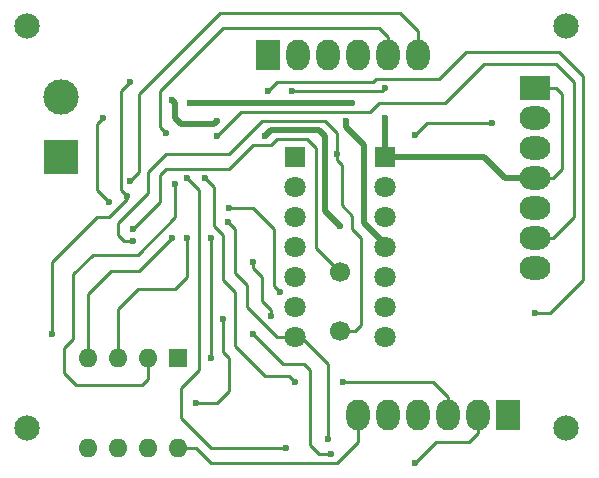
<source format=gbl>
G04 #@! TF.FileFunction,Copper,L2,Bot,Signal*
%FSLAX46Y46*%
G04 Gerber Fmt 4.6, Leading zero omitted, Abs format (unit mm)*
G04 Created by KiCad (PCBNEW 4.0.6) date Tuesday, 11 '11e' April '11e' 2017, 13:18:08*
%MOMM*%
%LPD*%
G01*
G04 APERTURE LIST*
%ADD10C,0.100000*%
%ADD11R,2.000000X2.600000*%
%ADD12O,2.000000X2.600000*%
%ADD13R,2.600000X2.000000*%
%ADD14O,2.600000X2.000000*%
%ADD15R,1.800000X1.800000*%
%ADD16C,1.800000*%
%ADD17R,3.000000X3.000000*%
%ADD18C,3.000000*%
%ADD19R,1.600000X1.600000*%
%ADD20O,1.600000X1.600000*%
%ADD21C,1.700000*%
%ADD22C,2.150000*%
%ADD23C,0.600000*%
%ADD24C,0.250000*%
%ADD25C,0.500000*%
G04 APERTURE END LIST*
D10*
D11*
X132842000Y-60452000D03*
D12*
X135382000Y-60452000D03*
X137922000Y-60452000D03*
X140462000Y-60452000D03*
X143002000Y-60452000D03*
X145542000Y-60452000D03*
D11*
X153162000Y-90932000D03*
D12*
X150622000Y-90932000D03*
X148082000Y-90932000D03*
X145542000Y-90932000D03*
X143002000Y-90932000D03*
X140462000Y-90932000D03*
D13*
X155448000Y-63246000D03*
D14*
X155448000Y-65786000D03*
X155448000Y-68326000D03*
X155448000Y-70866000D03*
X155448000Y-73406000D03*
X155448000Y-75946000D03*
X155448000Y-78486000D03*
D15*
X135128000Y-69088000D03*
D16*
X135128000Y-71628000D03*
X135128000Y-74168000D03*
X135128000Y-76708000D03*
X135128000Y-79248000D03*
X135128000Y-81788000D03*
X135128000Y-84328000D03*
X142748000Y-84328000D03*
X142748000Y-81788000D03*
X142748000Y-79248000D03*
X142748000Y-76708000D03*
X142748000Y-74168000D03*
X142748000Y-71628000D03*
D15*
X142748000Y-69088000D03*
D17*
X115316000Y-69088000D03*
D18*
X115316000Y-64008000D03*
D19*
X125222000Y-86106000D03*
D20*
X117602000Y-93726000D03*
X122682000Y-86106000D03*
X120142000Y-93726000D03*
X120142000Y-86106000D03*
X122682000Y-93726000D03*
X117602000Y-86106000D03*
X125222000Y-93726000D03*
D21*
X138938000Y-83820000D03*
X138938000Y-78820000D03*
D22*
X112431100Y-92018600D03*
X158031100Y-92018600D03*
X112431100Y-58018600D03*
X158031100Y-58018600D03*
D23*
X119380000Y-72898000D03*
X118872000Y-65786000D03*
X129470000Y-74606000D03*
X137922000Y-92964000D03*
X129032000Y-82804000D03*
X126746000Y-89916000D03*
X142748000Y-65786000D03*
X114554000Y-84074000D03*
X120904000Y-72390000D03*
X121158000Y-62738000D03*
X121412000Y-76200000D03*
X138684000Y-68834000D03*
X121412000Y-75184000D03*
X155448000Y-82296000D03*
X132842000Y-63500000D03*
X139954000Y-64516000D03*
X126238000Y-64516000D03*
X128016000Y-86106000D03*
X128016000Y-75946000D03*
X132588000Y-67310000D03*
X128524000Y-66040000D03*
X138938000Y-74930000D03*
X124714000Y-64262000D03*
X139446000Y-66040000D03*
X124206000Y-67056000D03*
X121158000Y-71120000D03*
X145288000Y-94996000D03*
X134366000Y-93726000D03*
X125984000Y-70866000D03*
X139192000Y-88138000D03*
X135128000Y-88138000D03*
X127508000Y-70866000D03*
X142748000Y-63246000D03*
X134874000Y-63500000D03*
X128524000Y-67310000D03*
X133096000Y-82550000D03*
X131572000Y-84074000D03*
X138176000Y-94234000D03*
X131572000Y-77978000D03*
X151765000Y-66167000D03*
X145288000Y-67183000D03*
X124714000Y-75946000D03*
X125984000Y-75946000D03*
X124968000Y-71374000D03*
X133858000Y-80518000D03*
X129540000Y-73406000D03*
D24*
X130048000Y-75184000D02*
X129470000Y-74606000D01*
X130048000Y-78613000D02*
X130048000Y-78867000D01*
X131064000Y-79883000D02*
X131064000Y-81788000D01*
X130048000Y-78867000D02*
X131064000Y-79883000D01*
X131064000Y-81788000D02*
X133604000Y-84328000D01*
X133604000Y-84328000D02*
X135128000Y-84328000D01*
X118364000Y-71882000D02*
X119380000Y-72898000D01*
X118364000Y-66294000D02*
X118364000Y-71882000D01*
X118872000Y-65786000D02*
X118364000Y-66294000D01*
X130048000Y-75184000D02*
X130048000Y-78613000D01*
X135128000Y-84328000D02*
X135636000Y-84328000D01*
X135636000Y-84328000D02*
X137414000Y-86106000D01*
X137922000Y-86614000D02*
X137922000Y-92964000D01*
X137414000Y-86106000D02*
X137922000Y-86614000D01*
X125222000Y-93726000D02*
X126746000Y-93726000D01*
X126746000Y-93726000D02*
X128016000Y-94996000D01*
X126746000Y-89916000D02*
X128524000Y-89916000D01*
X129540000Y-88900000D02*
X129540000Y-87376000D01*
X128524000Y-89916000D02*
X129540000Y-88900000D01*
X129032000Y-82804000D02*
X129032000Y-85090000D01*
X129032000Y-85090000D02*
X129032000Y-85598000D01*
X129032000Y-85598000D02*
X129540000Y-86106000D01*
X129540000Y-86106000D02*
X129540000Y-87376000D01*
D25*
X142748000Y-65786000D02*
X142748000Y-69088000D01*
D24*
X120904000Y-72644000D02*
X120904000Y-72390000D01*
X119380000Y-74168000D02*
X120904000Y-72644000D01*
X118364000Y-74168000D02*
X119380000Y-74168000D01*
X114554000Y-77978000D02*
X118364000Y-74168000D01*
X114554000Y-84074000D02*
X114554000Y-77978000D01*
X155448000Y-70866000D02*
X156972000Y-70866000D01*
X157226000Y-63246000D02*
X155448000Y-63246000D01*
X157734000Y-63754000D02*
X157226000Y-63246000D01*
X157734000Y-70104000D02*
X157734000Y-63754000D01*
X156972000Y-70866000D02*
X157734000Y-70104000D01*
D25*
X142748000Y-69088000D02*
X151130000Y-69088000D01*
X151130000Y-69088000D02*
X152908000Y-70866000D01*
X152908000Y-70866000D02*
X155448000Y-70866000D01*
D24*
X140462000Y-93218000D02*
X140462000Y-90932000D01*
X138684000Y-94996000D02*
X140462000Y-93218000D01*
X128016000Y-94996000D02*
X138684000Y-94996000D01*
X120904000Y-72390000D02*
X120396000Y-71882000D01*
X120396000Y-71882000D02*
X120396000Y-63500000D01*
X120396000Y-63500000D02*
X121158000Y-62738000D01*
X140716000Y-81534000D02*
X140716000Y-83312000D01*
X139974000Y-74295000D02*
X139974000Y-74061000D01*
X139065000Y-73152000D02*
X139065000Y-69723000D01*
X139974000Y-74061000D02*
X139065000Y-73152000D01*
X138684000Y-68834000D02*
X138684000Y-69342000D01*
X138684000Y-69342000D02*
X139065000Y-69723000D01*
X139974000Y-74295000D02*
X139974000Y-75204000D01*
X139974000Y-75204000D02*
X140716000Y-75946000D01*
X140716000Y-75946000D02*
X140716000Y-81534000D01*
X140208000Y-83820000D02*
X138938000Y-83820000D01*
X140716000Y-83312000D02*
X140208000Y-83820000D01*
X138684000Y-68834000D02*
X138684000Y-67056000D01*
X138684000Y-67056000D02*
X138684000Y-67183000D01*
X138684000Y-67183000D02*
X138684000Y-67056000D01*
X138684000Y-67056000D02*
X137668000Y-66040000D01*
X120650000Y-76200000D02*
X121412000Y-76200000D01*
X120142000Y-75692000D02*
X120650000Y-76200000D01*
X120142000Y-74676000D02*
X120142000Y-75692000D01*
X122682000Y-72136000D02*
X120142000Y-74676000D01*
X122682000Y-70358000D02*
X122682000Y-72136000D01*
X124206000Y-68834000D02*
X122682000Y-70358000D01*
X129540000Y-68834000D02*
X124206000Y-68834000D01*
X132334000Y-66040000D02*
X129540000Y-68834000D01*
X137668000Y-66040000D02*
X132334000Y-66040000D01*
X136906000Y-75010000D02*
X136906000Y-76788000D01*
X121412000Y-75184000D02*
X123698000Y-72898000D01*
X123698000Y-72898000D02*
X123698000Y-70612000D01*
X123698000Y-70612000D02*
X124206000Y-70104000D01*
X124206000Y-70104000D02*
X128778000Y-70104000D01*
X133096000Y-68072000D02*
X133604000Y-67564000D01*
X133604000Y-67564000D02*
X136144000Y-67564000D01*
X136144000Y-67564000D02*
X136906000Y-68326000D01*
X136906000Y-68326000D02*
X136906000Y-75010000D01*
X129540000Y-70104000D02*
X131572000Y-68072000D01*
X131572000Y-68072000D02*
X133096000Y-68072000D01*
X128778000Y-70104000D02*
X129540000Y-70104000D01*
X136906000Y-76788000D02*
X138938000Y-78820000D01*
X156718000Y-82296000D02*
X155448000Y-82296000D01*
X159512000Y-79502000D02*
X156718000Y-82296000D01*
X159512000Y-62230000D02*
X159512000Y-79502000D01*
X157480000Y-60198000D02*
X159512000Y-62230000D01*
X156718000Y-60198000D02*
X157480000Y-60198000D01*
X156718000Y-60198000D02*
X156718000Y-60198000D01*
X149606000Y-60198000D02*
X156718000Y-60198000D01*
X147320000Y-62484000D02*
X149606000Y-60198000D01*
X141986000Y-62484000D02*
X147320000Y-62484000D01*
X141732000Y-62738000D02*
X141986000Y-62484000D01*
X134112000Y-62738000D02*
X141732000Y-62738000D01*
X133604000Y-62738000D02*
X134112000Y-62738000D01*
X133350000Y-62992000D02*
X133604000Y-62738000D01*
X132842000Y-63500000D02*
X133350000Y-62992000D01*
D25*
X126238000Y-64516000D02*
X139954000Y-64516000D01*
D24*
X128016000Y-86106000D02*
X128016000Y-81280000D01*
X128016000Y-81280000D02*
X128016000Y-75946000D01*
D25*
X128270000Y-66294000D02*
X128524000Y-66040000D01*
X125476000Y-66294000D02*
X128270000Y-66294000D01*
X137668000Y-73660000D02*
X138938000Y-74930000D01*
X137668000Y-68580000D02*
X137668000Y-73660000D01*
X137668000Y-68580000D02*
X137668000Y-68580000D01*
X137668000Y-67310000D02*
X137668000Y-68580000D01*
X137160000Y-66802000D02*
X137668000Y-67310000D01*
X133096000Y-66802000D02*
X137160000Y-66802000D01*
X132588000Y-67310000D02*
X133096000Y-66802000D01*
X124968000Y-65786000D02*
X125476000Y-66294000D01*
X124968000Y-64516000D02*
X124968000Y-65786000D01*
X124714000Y-64262000D02*
X124968000Y-64516000D01*
X140970000Y-74676000D02*
X140970000Y-68072000D01*
X140970000Y-68072000D02*
X139446000Y-66548000D01*
X139446000Y-66548000D02*
X139446000Y-66040000D01*
X142748000Y-76454000D02*
X140970000Y-74676000D01*
X142748000Y-76708000D02*
X142748000Y-76454000D01*
D24*
X143002000Y-58928000D02*
X143002000Y-60452000D01*
X142240000Y-58166000D02*
X143002000Y-58928000D01*
X129032000Y-58166000D02*
X142240000Y-58166000D01*
X123698000Y-63500000D02*
X129032000Y-58166000D01*
X123698000Y-66548000D02*
X123698000Y-63500000D01*
X124206000Y-67056000D02*
X123698000Y-66548000D01*
X145542000Y-58420000D02*
X145542000Y-60452000D01*
X144018000Y-56896000D02*
X145542000Y-58420000D01*
X143510000Y-56896000D02*
X144018000Y-56896000D01*
X128778000Y-56896000D02*
X143510000Y-56896000D01*
X121920000Y-63754000D02*
X128778000Y-56896000D01*
X121920000Y-70358000D02*
X121920000Y-63754000D01*
X121158000Y-71120000D02*
X121920000Y-70358000D01*
X150622000Y-92456000D02*
X150622000Y-90932000D01*
X149860000Y-93218000D02*
X150622000Y-92456000D01*
X147066000Y-93218000D02*
X149860000Y-93218000D01*
X145288000Y-94996000D02*
X147066000Y-93218000D01*
X128016000Y-93726000D02*
X134366000Y-93726000D01*
X125476000Y-91186000D02*
X128016000Y-93726000D01*
X125476000Y-88646000D02*
X125476000Y-91186000D01*
X127000000Y-87122000D02*
X125476000Y-88646000D01*
X127000000Y-71882000D02*
X127000000Y-87122000D01*
X125984000Y-70866000D02*
X127000000Y-71882000D01*
X129032000Y-77216000D02*
X129032000Y-75692000D01*
X148082000Y-89408000D02*
X146812000Y-88138000D01*
X146812000Y-88138000D02*
X139192000Y-88138000D01*
X135128000Y-88138000D02*
X134620000Y-87630000D01*
X134620000Y-87630000D02*
X132588000Y-87630000D01*
X132588000Y-87630000D02*
X130048000Y-85090000D01*
X130048000Y-85090000D02*
X130048000Y-80518000D01*
X130048000Y-80518000D02*
X129032000Y-79502000D01*
X129032000Y-79502000D02*
X129032000Y-77216000D01*
X148082000Y-90932000D02*
X148082000Y-89408000D01*
X128270000Y-71628000D02*
X127508000Y-70866000D01*
X128270000Y-74930000D02*
X128270000Y-71628000D01*
X129032000Y-75692000D02*
X128270000Y-74930000D01*
X142748000Y-63246000D02*
X142494000Y-63500000D01*
X142494000Y-63500000D02*
X134874000Y-63500000D01*
X155448000Y-75946000D02*
X156972000Y-75946000D01*
X130556000Y-65278000D02*
X128524000Y-67310000D01*
X141478000Y-65278000D02*
X130556000Y-65278000D01*
X142240000Y-64516000D02*
X141478000Y-65278000D01*
X147828000Y-64516000D02*
X142240000Y-64516000D01*
X149098000Y-63246000D02*
X147828000Y-64516000D01*
X151130000Y-61214000D02*
X149098000Y-63246000D01*
X157226000Y-61214000D02*
X151130000Y-61214000D01*
X158750000Y-62738000D02*
X157226000Y-61214000D01*
X158750000Y-74168000D02*
X158750000Y-62738000D01*
X156972000Y-75946000D02*
X158750000Y-74168000D01*
X131572000Y-77978000D02*
X131572000Y-78486000D01*
X132334000Y-79248000D02*
X132334000Y-81280000D01*
X131572000Y-78486000D02*
X132334000Y-79248000D01*
X133096000Y-82550000D02*
X133096000Y-82042000D01*
X136398000Y-88900000D02*
X136398000Y-92456000D01*
X134112000Y-86614000D02*
X135890000Y-86614000D01*
X135890000Y-86614000D02*
X136398000Y-87122000D01*
X136398000Y-87122000D02*
X136398000Y-88900000D01*
X131572000Y-84074000D02*
X134112000Y-86614000D01*
X136398000Y-93472000D02*
X137160000Y-94234000D01*
X137160000Y-94234000D02*
X138176000Y-94234000D01*
X136398000Y-92456000D02*
X136398000Y-93472000D01*
X133096000Y-82042000D02*
X132334000Y-81280000D01*
X146304000Y-66167000D02*
X151765000Y-66167000D01*
X145288000Y-67183000D02*
X146304000Y-66167000D01*
X117602000Y-80645000D02*
X117602000Y-86106000D01*
X119507000Y-78740000D02*
X117602000Y-80645000D01*
X121920000Y-78740000D02*
X119507000Y-78740000D01*
X124714000Y-75946000D02*
X121920000Y-78740000D01*
X120142000Y-86106000D02*
X120142000Y-81915000D01*
X120142000Y-81915000D02*
X121793000Y-80264000D01*
X121793000Y-80264000D02*
X124968000Y-80264000D01*
X124968000Y-80264000D02*
X125984000Y-79248000D01*
X125984000Y-79248000D02*
X125984000Y-75946000D01*
X122682000Y-86106000D02*
X122682000Y-87884000D01*
X115570000Y-85471000D02*
X115570000Y-85217000D01*
X116332000Y-84455000D02*
X116332000Y-83693000D01*
X115570000Y-85217000D02*
X116332000Y-84455000D01*
X122682000Y-87884000D02*
X122174000Y-88392000D01*
X122174000Y-88392000D02*
X116586000Y-88392000D01*
X116586000Y-88392000D02*
X115570000Y-87376000D01*
X115570000Y-87376000D02*
X115570000Y-85471000D01*
X116332000Y-78994000D02*
X117983000Y-77343000D01*
X117983000Y-77343000D02*
X121793000Y-77343000D01*
X121793000Y-77343000D02*
X124968000Y-74168000D01*
X124968000Y-74168000D02*
X124968000Y-71374000D01*
X116332000Y-83693000D02*
X116332000Y-78994000D01*
X129540000Y-73406000D02*
X131572000Y-73406000D01*
X131572000Y-73406000D02*
X132080000Y-73914000D01*
X132080000Y-73914000D02*
X133350000Y-75184000D01*
X133350000Y-75184000D02*
X133350000Y-80010000D01*
X133350000Y-80010000D02*
X133858000Y-80518000D01*
M02*

</source>
